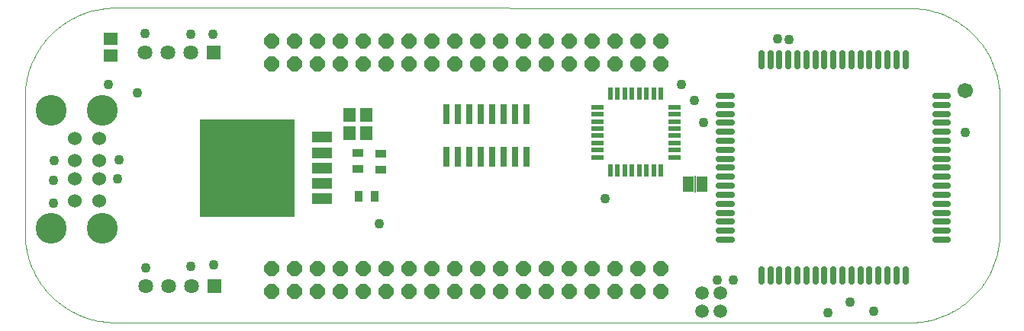
<source format=gbs>
G75*
%MOIN*%
%OFA0B0*%
%FSLAX25Y25*%
%IPPOS*%
%LPD*%
%AMOC8*
5,1,8,0,0,1.08239X$1,22.5*
%
%ADD10C,0.00394*%
%ADD11R,0.05518X0.06306*%
%ADD12R,0.41384X0.42920*%
%ADD13R,0.08900X0.04600*%
%ADD14C,0.02762*%
%ADD15R,0.06424X0.06424*%
%ADD16C,0.06424*%
%ADD17R,0.05124X0.03550*%
%ADD18R,0.03550X0.05124*%
%ADD19R,0.06306X0.05518*%
%ADD20OC8,0.06400*%
%ADD21C,0.05943*%
%ADD22C,0.06000*%
%ADD23C,0.13500*%
%ADD24C,0.04337*%
%ADD25R,0.02400X0.05750*%
%ADD26R,0.05750X0.02400*%
%ADD27R,0.02600X0.09000*%
%ADD28C,0.06699*%
%ADD29R,0.05000X0.06700*%
%ADD30R,0.00600X0.07200*%
D10*
X0070290Y0021000D02*
X0417385Y0020900D01*
X0418336Y0020911D01*
X0419287Y0020946D01*
X0420237Y0021003D01*
X0421185Y0021084D01*
X0422131Y0021187D01*
X0423074Y0021313D01*
X0424013Y0021462D01*
X0424949Y0021633D01*
X0425880Y0021828D01*
X0426807Y0022044D01*
X0427728Y0022283D01*
X0428643Y0022544D01*
X0429551Y0022827D01*
X0430452Y0023132D01*
X0431346Y0023458D01*
X0432231Y0023807D01*
X0433108Y0024176D01*
X0433976Y0024566D01*
X0434833Y0024978D01*
X0435681Y0025410D01*
X0436518Y0025862D01*
X0437344Y0026334D01*
X0438158Y0026826D01*
X0438960Y0027338D01*
X0439750Y0027869D01*
X0440526Y0028419D01*
X0441289Y0028987D01*
X0442038Y0029574D01*
X0442772Y0030179D01*
X0443492Y0030801D01*
X0444197Y0031441D01*
X0444885Y0032097D01*
X0445558Y0032770D01*
X0446214Y0033458D01*
X0446854Y0034163D01*
X0447476Y0034883D01*
X0448081Y0035617D01*
X0448668Y0036366D01*
X0449236Y0037129D01*
X0449786Y0037905D01*
X0450317Y0038695D01*
X0450829Y0039497D01*
X0451321Y0040311D01*
X0451793Y0041137D01*
X0452245Y0041974D01*
X0452677Y0042822D01*
X0453089Y0043679D01*
X0453479Y0044547D01*
X0453848Y0045424D01*
X0454197Y0046309D01*
X0454523Y0047203D01*
X0454828Y0048104D01*
X0455111Y0049012D01*
X0455372Y0049927D01*
X0455611Y0050848D01*
X0455827Y0051775D01*
X0456022Y0052706D01*
X0456193Y0053642D01*
X0456342Y0054581D01*
X0456468Y0055524D01*
X0456571Y0056470D01*
X0456652Y0057418D01*
X0456709Y0058368D01*
X0456744Y0059319D01*
X0456755Y0060270D01*
X0456755Y0119325D01*
X0456744Y0120276D01*
X0456709Y0121227D01*
X0456652Y0122177D01*
X0456571Y0123125D01*
X0456468Y0124071D01*
X0456342Y0125014D01*
X0456193Y0125953D01*
X0456022Y0126889D01*
X0455827Y0127820D01*
X0455611Y0128747D01*
X0455372Y0129668D01*
X0455111Y0130583D01*
X0454828Y0131491D01*
X0454523Y0132392D01*
X0454197Y0133286D01*
X0453848Y0134171D01*
X0453479Y0135048D01*
X0453089Y0135916D01*
X0452677Y0136773D01*
X0452245Y0137621D01*
X0451793Y0138458D01*
X0451321Y0139284D01*
X0450829Y0140098D01*
X0450317Y0140900D01*
X0449786Y0141690D01*
X0449236Y0142466D01*
X0448668Y0143229D01*
X0448081Y0143978D01*
X0447476Y0144712D01*
X0446854Y0145432D01*
X0446214Y0146137D01*
X0445558Y0146825D01*
X0444885Y0147498D01*
X0444197Y0148154D01*
X0443492Y0148794D01*
X0442772Y0149416D01*
X0442038Y0150021D01*
X0441289Y0150608D01*
X0440526Y0151176D01*
X0439750Y0151726D01*
X0438960Y0152257D01*
X0438158Y0152769D01*
X0437344Y0153261D01*
X0436518Y0153733D01*
X0435681Y0154185D01*
X0434833Y0154617D01*
X0433976Y0155029D01*
X0433108Y0155419D01*
X0432231Y0155788D01*
X0431346Y0156137D01*
X0430452Y0156463D01*
X0429551Y0156768D01*
X0428643Y0157051D01*
X0427728Y0157312D01*
X0426807Y0157551D01*
X0425880Y0157767D01*
X0424949Y0157962D01*
X0424013Y0158133D01*
X0423074Y0158282D01*
X0422131Y0158408D01*
X0421185Y0158511D01*
X0420237Y0158592D01*
X0419287Y0158649D01*
X0418336Y0158684D01*
X0417385Y0158695D01*
X0070290Y0158795D01*
X0069339Y0158784D01*
X0068388Y0158749D01*
X0067438Y0158692D01*
X0066490Y0158611D01*
X0065544Y0158508D01*
X0064601Y0158382D01*
X0063662Y0158233D01*
X0062726Y0158062D01*
X0061795Y0157867D01*
X0060868Y0157651D01*
X0059947Y0157412D01*
X0059032Y0157151D01*
X0058124Y0156868D01*
X0057223Y0156563D01*
X0056329Y0156237D01*
X0055444Y0155888D01*
X0054567Y0155519D01*
X0053699Y0155129D01*
X0052842Y0154717D01*
X0051994Y0154285D01*
X0051157Y0153833D01*
X0050331Y0153361D01*
X0049517Y0152869D01*
X0048715Y0152357D01*
X0047925Y0151826D01*
X0047149Y0151276D01*
X0046386Y0150708D01*
X0045637Y0150121D01*
X0044903Y0149516D01*
X0044183Y0148894D01*
X0043478Y0148254D01*
X0042790Y0147598D01*
X0042117Y0146925D01*
X0041461Y0146237D01*
X0040821Y0145532D01*
X0040199Y0144812D01*
X0039594Y0144078D01*
X0039007Y0143329D01*
X0038439Y0142566D01*
X0037889Y0141790D01*
X0037358Y0141000D01*
X0036846Y0140198D01*
X0036354Y0139384D01*
X0035882Y0138558D01*
X0035430Y0137721D01*
X0034998Y0136873D01*
X0034586Y0136016D01*
X0034196Y0135148D01*
X0033827Y0134271D01*
X0033478Y0133386D01*
X0033152Y0132492D01*
X0032847Y0131591D01*
X0032564Y0130683D01*
X0032303Y0129768D01*
X0032064Y0128847D01*
X0031848Y0127920D01*
X0031653Y0126989D01*
X0031482Y0126053D01*
X0031333Y0125114D01*
X0031207Y0124171D01*
X0031104Y0123225D01*
X0031023Y0122277D01*
X0030966Y0121327D01*
X0030931Y0120376D01*
X0030920Y0119425D01*
X0030920Y0060370D01*
X0030931Y0059419D01*
X0030966Y0058468D01*
X0031023Y0057518D01*
X0031104Y0056570D01*
X0031207Y0055624D01*
X0031333Y0054681D01*
X0031482Y0053742D01*
X0031653Y0052806D01*
X0031848Y0051875D01*
X0032064Y0050948D01*
X0032303Y0050027D01*
X0032564Y0049112D01*
X0032847Y0048204D01*
X0033152Y0047303D01*
X0033478Y0046409D01*
X0033827Y0045524D01*
X0034196Y0044647D01*
X0034586Y0043779D01*
X0034998Y0042922D01*
X0035430Y0042074D01*
X0035882Y0041237D01*
X0036354Y0040411D01*
X0036846Y0039597D01*
X0037358Y0038795D01*
X0037889Y0038005D01*
X0038439Y0037229D01*
X0039007Y0036466D01*
X0039594Y0035717D01*
X0040199Y0034983D01*
X0040821Y0034263D01*
X0041461Y0033558D01*
X0042117Y0032870D01*
X0042790Y0032197D01*
X0043478Y0031541D01*
X0044183Y0030901D01*
X0044903Y0030279D01*
X0045637Y0029674D01*
X0046386Y0029087D01*
X0047149Y0028519D01*
X0047925Y0027969D01*
X0048715Y0027438D01*
X0049517Y0026926D01*
X0050331Y0026434D01*
X0051157Y0025962D01*
X0051994Y0025510D01*
X0052842Y0025078D01*
X0053699Y0024666D01*
X0054567Y0024276D01*
X0055444Y0023907D01*
X0056329Y0023558D01*
X0057223Y0023232D01*
X0058124Y0022927D01*
X0059032Y0022644D01*
X0059947Y0022383D01*
X0060868Y0022144D01*
X0061795Y0021928D01*
X0062726Y0021733D01*
X0063662Y0021562D01*
X0064601Y0021413D01*
X0065544Y0021287D01*
X0066490Y0021184D01*
X0067438Y0021103D01*
X0068388Y0021046D01*
X0069339Y0021011D01*
X0070290Y0021000D01*
X0030920Y0119425D02*
X0030931Y0120376D01*
X0030966Y0121327D01*
X0031023Y0122277D01*
X0031104Y0123225D01*
X0031207Y0124171D01*
X0031333Y0125114D01*
X0031482Y0126053D01*
X0031653Y0126989D01*
X0031848Y0127920D01*
X0032064Y0128847D01*
X0032303Y0129768D01*
X0032564Y0130683D01*
X0032847Y0131591D01*
X0033152Y0132492D01*
X0033478Y0133386D01*
X0033827Y0134271D01*
X0034196Y0135148D01*
X0034586Y0136016D01*
X0034998Y0136873D01*
X0035430Y0137721D01*
X0035882Y0138558D01*
X0036354Y0139384D01*
X0036846Y0140198D01*
X0037358Y0141000D01*
X0037889Y0141790D01*
X0038439Y0142566D01*
X0039007Y0143329D01*
X0039594Y0144078D01*
X0040199Y0144812D01*
X0040821Y0145532D01*
X0041461Y0146237D01*
X0042117Y0146925D01*
X0042790Y0147598D01*
X0043478Y0148254D01*
X0044183Y0148894D01*
X0044903Y0149516D01*
X0045637Y0150121D01*
X0046386Y0150708D01*
X0047149Y0151276D01*
X0047925Y0151826D01*
X0048715Y0152357D01*
X0049517Y0152869D01*
X0050331Y0153361D01*
X0051157Y0153833D01*
X0051994Y0154285D01*
X0052842Y0154717D01*
X0053699Y0155129D01*
X0054567Y0155519D01*
X0055444Y0155888D01*
X0056329Y0156237D01*
X0057223Y0156563D01*
X0058124Y0156868D01*
X0059032Y0157151D01*
X0059947Y0157412D01*
X0060868Y0157651D01*
X0061795Y0157867D01*
X0062726Y0158062D01*
X0063662Y0158233D01*
X0064601Y0158382D01*
X0065544Y0158508D01*
X0066490Y0158611D01*
X0067438Y0158692D01*
X0068388Y0158749D01*
X0069339Y0158784D01*
X0070290Y0158795D01*
D11*
X0172722Y0111906D03*
X0180202Y0111906D03*
X0180180Y0103821D03*
X0172699Y0103821D03*
D12*
X0127928Y0088677D03*
D13*
X0160728Y0088677D03*
X0160728Y0081977D03*
X0160728Y0075277D03*
X0160728Y0095377D03*
X0160728Y0102077D03*
D14*
X0334148Y0100567D02*
X0339660Y0100567D01*
X0339660Y0104504D02*
X0334148Y0104504D01*
X0334148Y0108441D02*
X0339660Y0108441D01*
X0339660Y0112378D02*
X0334148Y0112378D01*
X0334148Y0116315D02*
X0339660Y0116315D01*
X0339660Y0120252D02*
X0334148Y0120252D01*
X0352652Y0133244D02*
X0352652Y0138756D01*
X0356589Y0138756D02*
X0356589Y0133244D01*
X0360526Y0133244D02*
X0360526Y0138756D01*
X0364463Y0138756D02*
X0364463Y0133244D01*
X0368400Y0133244D02*
X0368400Y0138756D01*
X0372337Y0138756D02*
X0372337Y0133244D01*
X0376274Y0133244D02*
X0376274Y0138756D01*
X0380211Y0138756D02*
X0380211Y0133244D01*
X0384148Y0133244D02*
X0384148Y0138756D01*
X0388085Y0138756D02*
X0388085Y0133244D01*
X0392022Y0133244D02*
X0392022Y0138756D01*
X0395959Y0138756D02*
X0395959Y0133244D01*
X0399896Y0133244D02*
X0399896Y0138756D01*
X0403833Y0138756D02*
X0403833Y0133244D01*
X0407770Y0133244D02*
X0407770Y0138756D01*
X0411707Y0138756D02*
X0411707Y0133244D01*
X0415644Y0133244D02*
X0415644Y0138756D01*
X0428636Y0120252D02*
X0434148Y0120252D01*
X0434148Y0116315D02*
X0428636Y0116315D01*
X0428636Y0112378D02*
X0434148Y0112378D01*
X0434148Y0108441D02*
X0428636Y0108441D01*
X0428636Y0104504D02*
X0434148Y0104504D01*
X0434148Y0100567D02*
X0428636Y0100567D01*
X0428636Y0096630D02*
X0434148Y0096630D01*
X0434148Y0092693D02*
X0428636Y0092693D01*
X0428636Y0088756D02*
X0434148Y0088756D01*
X0434148Y0084819D02*
X0428636Y0084819D01*
X0428636Y0080882D02*
X0434148Y0080882D01*
X0434148Y0076945D02*
X0428636Y0076945D01*
X0428636Y0073008D02*
X0434148Y0073008D01*
X0434148Y0069071D02*
X0428636Y0069071D01*
X0428636Y0065134D02*
X0434148Y0065134D01*
X0434148Y0061197D02*
X0428636Y0061197D01*
X0428636Y0057260D02*
X0434148Y0057260D01*
X0415644Y0044268D02*
X0415644Y0038756D01*
X0411707Y0038756D02*
X0411707Y0044268D01*
X0407770Y0044268D02*
X0407770Y0038756D01*
X0403833Y0038756D02*
X0403833Y0044268D01*
X0399896Y0044268D02*
X0399896Y0038756D01*
X0395959Y0038756D02*
X0395959Y0044268D01*
X0392022Y0044268D02*
X0392022Y0038756D01*
X0388085Y0038756D02*
X0388085Y0044268D01*
X0384148Y0044268D02*
X0384148Y0038756D01*
X0380211Y0038756D02*
X0380211Y0044268D01*
X0376274Y0044268D02*
X0376274Y0038756D01*
X0372337Y0038756D02*
X0372337Y0044268D01*
X0368400Y0044268D02*
X0368400Y0038756D01*
X0364463Y0038756D02*
X0364463Y0044268D01*
X0360526Y0044268D02*
X0360526Y0038756D01*
X0356589Y0038756D02*
X0356589Y0044268D01*
X0352652Y0044268D02*
X0352652Y0038756D01*
X0339660Y0057260D02*
X0334148Y0057260D01*
X0334148Y0061197D02*
X0339660Y0061197D01*
X0339660Y0065134D02*
X0334148Y0065134D01*
X0334148Y0069071D02*
X0339660Y0069071D01*
X0339660Y0073008D02*
X0334148Y0073008D01*
X0334148Y0076945D02*
X0339660Y0076945D01*
X0339660Y0080882D02*
X0334148Y0080882D01*
X0334148Y0084819D02*
X0339660Y0084819D01*
X0339660Y0088756D02*
X0334148Y0088756D01*
X0334148Y0092693D02*
X0339660Y0092693D01*
X0339660Y0096630D02*
X0334148Y0096630D01*
D15*
X0113361Y0139189D03*
X0113597Y0036748D03*
D16*
X0103597Y0036748D03*
X0093597Y0036748D03*
X0083597Y0036748D03*
X0083361Y0139189D03*
X0093361Y0139189D03*
X0103361Y0139189D03*
D17*
X0176478Y0095198D03*
X0186441Y0094996D03*
X0186441Y0087909D03*
X0176478Y0088111D03*
D18*
X0176786Y0076385D03*
X0183872Y0076385D03*
D19*
X0068232Y0137865D03*
X0068232Y0145346D03*
D20*
X0138833Y0144110D03*
X0148833Y0144110D03*
X0158833Y0144110D03*
X0168833Y0144110D03*
X0178833Y0144110D03*
X0188833Y0144110D03*
X0198833Y0144110D03*
X0208833Y0144110D03*
X0218833Y0144110D03*
X0228833Y0144110D03*
X0238833Y0144110D03*
X0248833Y0144110D03*
X0258833Y0144110D03*
X0268833Y0144110D03*
X0278833Y0144110D03*
X0288833Y0144110D03*
X0298833Y0144110D03*
X0308833Y0144110D03*
X0308833Y0134110D03*
X0298833Y0134110D03*
X0288833Y0134110D03*
X0278833Y0134110D03*
X0268833Y0134110D03*
X0258833Y0134110D03*
X0248833Y0134110D03*
X0238833Y0134110D03*
X0228833Y0134110D03*
X0218833Y0134110D03*
X0208833Y0134110D03*
X0198833Y0134110D03*
X0188833Y0134110D03*
X0178833Y0134110D03*
X0168833Y0134110D03*
X0158833Y0134110D03*
X0148833Y0134110D03*
X0138833Y0134110D03*
X0138833Y0044701D03*
X0148833Y0044701D03*
X0158833Y0044701D03*
X0168833Y0044701D03*
X0178833Y0044701D03*
X0188833Y0044701D03*
X0198833Y0044701D03*
X0208833Y0044701D03*
X0218833Y0044701D03*
X0228833Y0044701D03*
X0238833Y0044701D03*
X0248833Y0044701D03*
X0258833Y0044701D03*
X0268833Y0044701D03*
X0278833Y0044701D03*
X0288833Y0044701D03*
X0298833Y0044701D03*
X0308833Y0044701D03*
X0308833Y0034701D03*
X0298833Y0034701D03*
X0288833Y0034701D03*
X0278833Y0034701D03*
X0268833Y0034701D03*
X0258833Y0034701D03*
X0248833Y0034701D03*
X0238833Y0034701D03*
X0228833Y0034701D03*
X0218833Y0034701D03*
X0208833Y0034701D03*
X0198833Y0034701D03*
X0188833Y0034701D03*
X0178833Y0034701D03*
X0168833Y0034701D03*
X0158833Y0034701D03*
X0148833Y0034701D03*
X0138833Y0034701D03*
D21*
X0326860Y0033750D03*
X0334734Y0033750D03*
X0334734Y0025876D03*
X0326860Y0025876D03*
D22*
X0063400Y0074109D03*
X0052700Y0074109D03*
X0052700Y0084009D03*
X0063400Y0084009D03*
X0063400Y0091909D03*
X0052700Y0091909D03*
X0052700Y0101709D03*
X0063400Y0101709D03*
D23*
X0064800Y0113809D03*
X0042400Y0113809D03*
X0042400Y0062109D03*
X0064800Y0062109D03*
D24*
X0043420Y0073300D03*
X0043520Y0083400D03*
X0043820Y0091800D03*
X0072020Y0092400D03*
X0071520Y0083900D03*
X0080120Y0121600D03*
X0067320Y0125400D03*
X0103320Y0147300D03*
X0113220Y0147400D03*
X0083420Y0147500D03*
X0284420Y0075400D03*
X0327420Y0108500D03*
X0323320Y0118200D03*
X0317620Y0125200D03*
X0359720Y0145100D03*
X0364820Y0144900D03*
X0441820Y0104200D03*
X0340320Y0039700D03*
X0333420Y0039700D03*
X0381720Y0025300D03*
X0391520Y0030000D03*
X0401774Y0025780D03*
X0185620Y0064200D03*
X0113420Y0046100D03*
X0103420Y0045600D03*
X0083620Y0044800D03*
D25*
X0286726Y0087501D03*
X0289876Y0087501D03*
X0293025Y0087501D03*
X0296175Y0087501D03*
X0299324Y0087501D03*
X0302474Y0087501D03*
X0305624Y0087501D03*
X0308773Y0087501D03*
X0308773Y0121151D03*
X0305624Y0121151D03*
X0302474Y0121151D03*
X0299324Y0121151D03*
X0296175Y0121151D03*
X0293025Y0121151D03*
X0289876Y0121151D03*
X0286726Y0121151D03*
D26*
X0280925Y0115350D03*
X0280925Y0112200D03*
X0280925Y0109050D03*
X0280925Y0105901D03*
X0280925Y0102751D03*
X0280925Y0099602D03*
X0280925Y0096452D03*
X0280925Y0093302D03*
X0314575Y0093302D03*
X0314575Y0096452D03*
X0314575Y0099602D03*
X0314575Y0102751D03*
X0314575Y0105901D03*
X0314575Y0109050D03*
X0314575Y0112200D03*
X0314575Y0115350D03*
D27*
X0249997Y0112230D03*
X0244997Y0112230D03*
X0239997Y0112230D03*
X0234997Y0112230D03*
X0229997Y0112230D03*
X0224997Y0112230D03*
X0219997Y0112230D03*
X0214997Y0112230D03*
X0214997Y0093630D03*
X0219997Y0093630D03*
X0224997Y0093630D03*
X0229997Y0093630D03*
X0234997Y0093630D03*
X0239997Y0093630D03*
X0244997Y0093630D03*
X0249997Y0093630D03*
D28*
X0441569Y0122638D03*
D29*
X0326620Y0081600D03*
X0320620Y0081600D03*
D30*
X0323620Y0081600D03*
M02*

</source>
